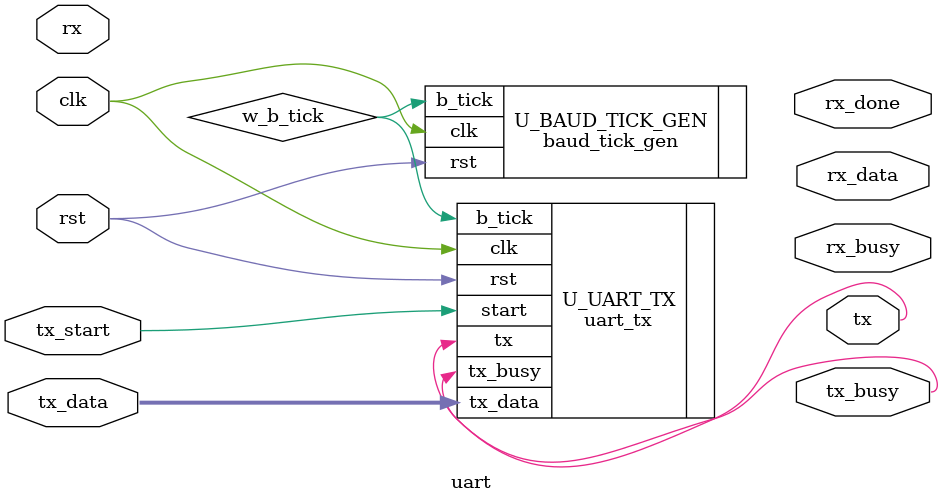
<source format=v>
`timescale 1ns / 1ps

    module uart(
    input clk,
    input rst,
    input tx_start, // btn_U
    input rx,
    input [7:0] tx_data,

    output tx,
    output tx_busy,
    output [7:0] rx_data,
    output rx_busy,
    output rx_done
    );

    wire w_b_tick;

    // wire w_btn_db;
    // wire w_send;
    // wire [7:0] w_tx_data;

    uart_tx U_UART_TX(
        .clk(clk),
        .rst(rst),
        .start(tx_start),
        .b_tick(w_b_tick),
        .tx_data(tx_data),
        .tx_busy(tx_busy),
        .tx(tx)
        );
    
    /*
    uart_rx U_UART_RX(
        .clk(clk),
        .rst(rst),
        .rx(rx),
        .b_tick(w_b_tick),
        .rx_data(rx_data),
        .rx_busy(rx_busy),
        .rx_done(rx_done)
        );
    */
    
    baud_tick_gen U_BAUD_TICK_GEN(
        .clk(clk),
        .rst(rst),
        .b_tick(w_b_tick)
        );

    /*
    ascii_sender U_ASCII_sender(
        .clk(clk),
        .rst(rst),
        .start(w_btn_db),
        .tx_busy(w_tx_busy),
    
        .send_start(w_send),
        .ascii_data(w_data)
        );
        */

endmodule
</source>
